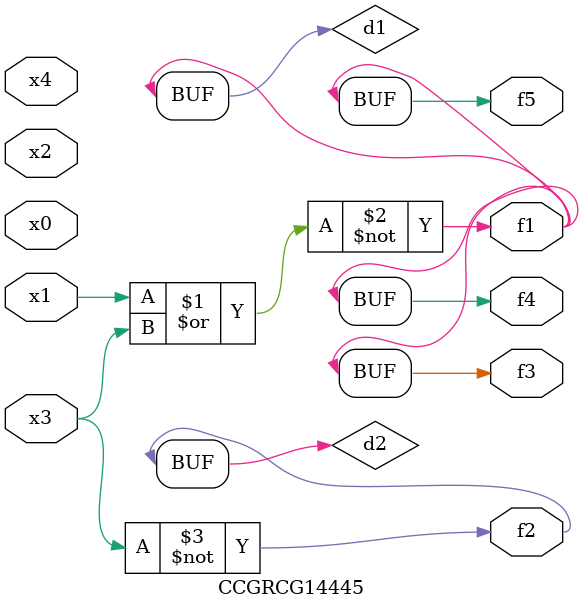
<source format=v>
module CCGRCG14445(
	input x0, x1, x2, x3, x4,
	output f1, f2, f3, f4, f5
);

	wire d1, d2;

	nor (d1, x1, x3);
	not (d2, x3);
	assign f1 = d1;
	assign f2 = d2;
	assign f3 = d1;
	assign f4 = d1;
	assign f5 = d1;
endmodule

</source>
